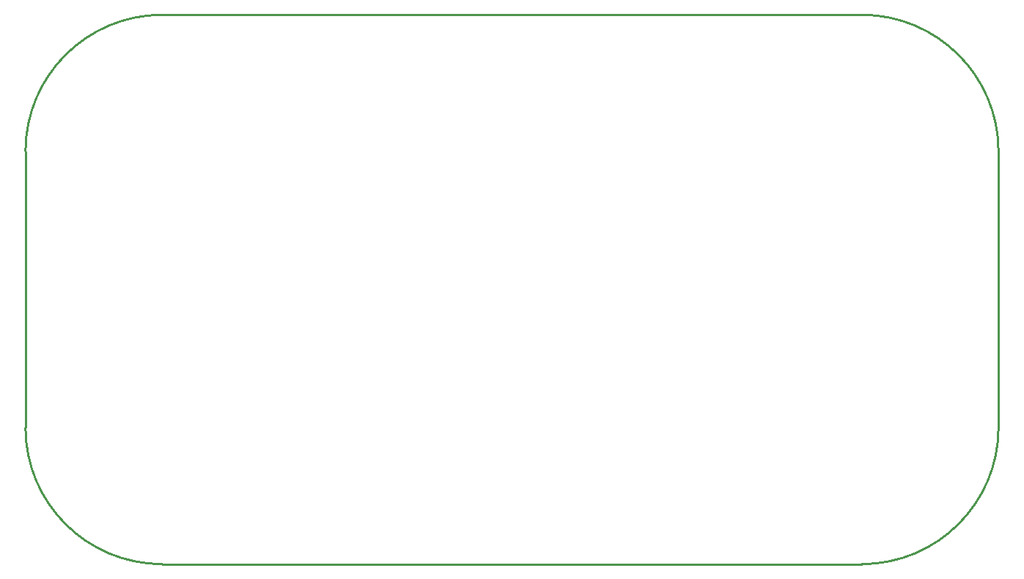
<source format=gko>
G04 Layer: BoardOutlineLayer*
G04 EasyEDA v6.5.46, 2025-01-08 10:31:20*
G04 Gerber Generator version 0.2*
G04 Scale: 100 percent, Rotated: No, Reflected: No *
G04 Dimensions in inches *
G04 leading zeros omitted , absolute positions ,3 integer and 6 decimal *
%FSLAX36Y36*%
%MOIN*%

%ADD10C,0.0100*%
D10*
X-5000Y620668D02*
G01*
X-5000Y1877948D01*
X3797944Y-1377D02*
G01*
X617046Y-1377D01*
X4419991Y1877948D02*
G01*
X4419991Y620668D01*
X617046Y2499994D02*
G01*
X3797944Y2499994D01*
G75*
G01*
X3797945Y2499995D02*
G02*
X4419991Y1877949I0J-622046D01*
G75*
G01*
X4419991Y620668D02*
G02*
X3797945Y-1378I-622046J0D01*
G75*
G01*
X617046Y-1378D02*
G02*
X-5000Y620668I0J622046D01*
G75*
G01*
X-5000Y1877949D02*
G02*
X617046Y2499995I622046J0D01*

%LPD*%
M02*

</source>
